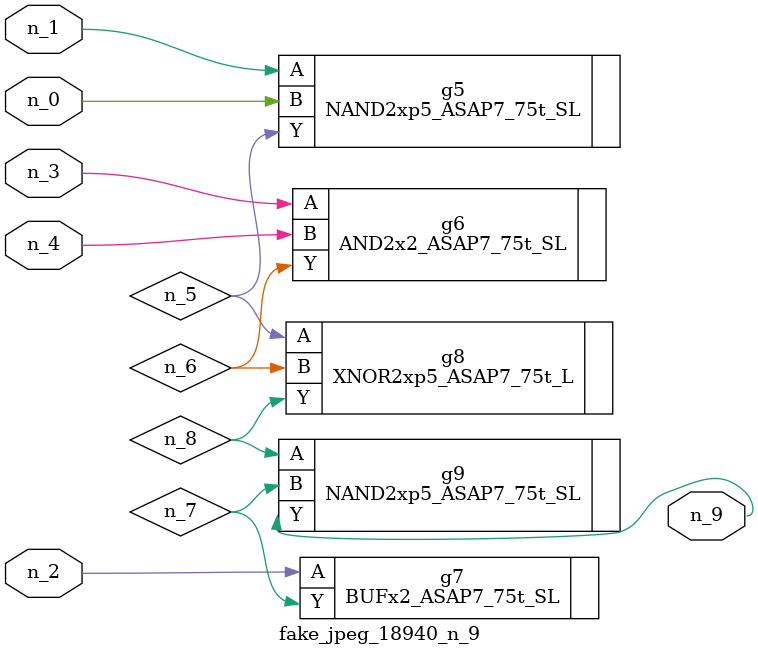
<source format=v>
module fake_jpeg_18940_n_9 (n_3, n_2, n_1, n_0, n_4, n_9);

input n_3;
input n_2;
input n_1;
input n_0;
input n_4;

output n_9;

wire n_8;
wire n_6;
wire n_5;
wire n_7;

NAND2xp5_ASAP7_75t_SL g5 ( 
.A(n_1),
.B(n_0),
.Y(n_5)
);

AND2x2_ASAP7_75t_SL g6 ( 
.A(n_3),
.B(n_4),
.Y(n_6)
);

BUFx2_ASAP7_75t_SL g7 ( 
.A(n_2),
.Y(n_7)
);

XNOR2xp5_ASAP7_75t_L g8 ( 
.A(n_5),
.B(n_6),
.Y(n_8)
);

NAND2xp5_ASAP7_75t_SL g9 ( 
.A(n_8),
.B(n_7),
.Y(n_9)
);


endmodule
</source>
